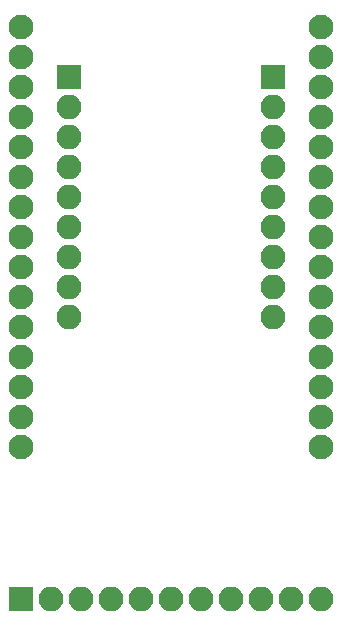
<source format=gbr>
G04 #@! TF.GenerationSoftware,KiCad,Pcbnew,(5.0.0)*
G04 #@! TF.CreationDate,2019-09-03T16:24:46-07:00*
G04 #@! TF.ProjectId,Sequence Controller,53657175656E636520436F6E74726F6C,rev?*
G04 #@! TF.SameCoordinates,Original*
G04 #@! TF.FileFunction,Soldermask,Bot*
G04 #@! TF.FilePolarity,Negative*
%FSLAX46Y46*%
G04 Gerber Fmt 4.6, Leading zero omitted, Abs format (unit mm)*
G04 Created by KiCad (PCBNEW (5.0.0)) date 09/03/19 16:24:46*
%MOMM*%
%LPD*%
G01*
G04 APERTURE LIST*
%ADD10C,2.100000*%
%ADD11O,2.100000X2.100000*%
%ADD12R,2.100000X2.100000*%
G04 APERTURE END LIST*
D10*
G04 #@! TO.C,U1*
X112776000Y-75565000D03*
X112776000Y-78105000D03*
X112776000Y-80645000D03*
X112776000Y-83185000D03*
X112776000Y-85725000D03*
X112776000Y-88265000D03*
X112776000Y-90805000D03*
X112776000Y-93345000D03*
X112776000Y-95885000D03*
X112776000Y-98425000D03*
X112776000Y-100965000D03*
X112776000Y-103505000D03*
X112776000Y-106045000D03*
X112776000Y-108585000D03*
X112776000Y-111125000D03*
X138176000Y-111125000D03*
X138176000Y-108585000D03*
X138176000Y-106045000D03*
X138176000Y-103505000D03*
X138176000Y-100965000D03*
X138176000Y-98425000D03*
X138176000Y-95885000D03*
X138176000Y-93345000D03*
X138176000Y-90805000D03*
X138176000Y-88265000D03*
X138176000Y-85725000D03*
X138176000Y-83185000D03*
X138176000Y-80645000D03*
X138176000Y-78105000D03*
X138176000Y-75565000D03*
G04 #@! TD*
D11*
G04 #@! TO.C,ExtIn1*
X134112000Y-100140000D03*
X134112000Y-97600000D03*
X134112000Y-95060000D03*
X134112000Y-92520000D03*
X134112000Y-89980000D03*
X134112000Y-87440000D03*
X134112000Y-84900000D03*
X134112000Y-82360000D03*
D12*
X134112000Y-79820000D03*
G04 #@! TD*
G04 #@! TO.C,ExtOut1*
X116820000Y-79820000D03*
D11*
X116820000Y-82360000D03*
X116820000Y-84900000D03*
X116820000Y-87440000D03*
X116820000Y-89980000D03*
X116820000Y-92520000D03*
X116820000Y-95060000D03*
X116820000Y-97600000D03*
X116820000Y-100140000D03*
G04 #@! TD*
G04 #@! TO.C,J1*
X138158220Y-123967240D03*
X135618220Y-123967240D03*
X133078220Y-123967240D03*
X130538220Y-123967240D03*
X127998220Y-123967240D03*
X125458220Y-123967240D03*
X122918220Y-123967240D03*
X120378220Y-123967240D03*
X117838220Y-123967240D03*
X115298220Y-123967240D03*
D12*
X112758220Y-123967240D03*
G04 #@! TD*
M02*

</source>
